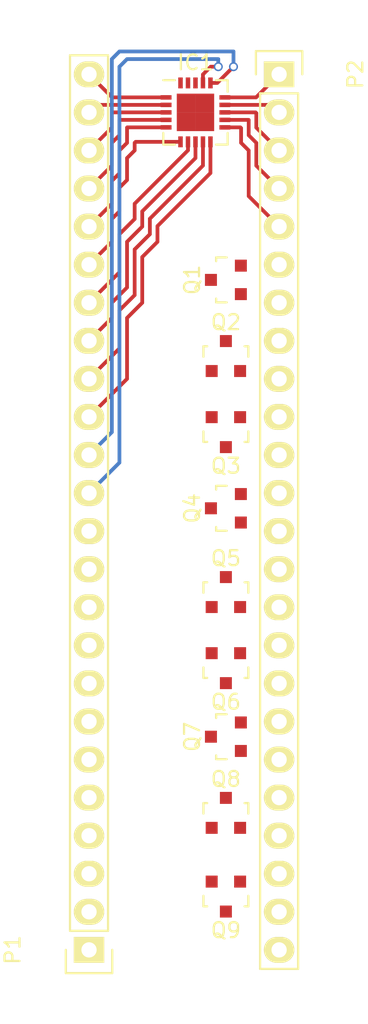
<source format=kicad_pcb>
(kicad_pcb (version 4) (host pcbnew 0.201505300414+5690~23~ubuntu14.04.1-product)

  (general
    (links 51)
    (no_connects 34)
    (area 0 0 0 0)
    (thickness 1.6)
    (drawings 0)
    (tracks 98)
    (zones 0)
    (modules 12)
    (nets 49)
  )

  (page A4)
  (layers
    (0 F.Cu signal)
    (31 B.Cu signal)
    (32 B.Adhes user)
    (33 F.Adhes user)
    (34 B.Paste user)
    (35 F.Paste user)
    (36 B.SilkS user)
    (37 F.SilkS user)
    (38 B.Mask user)
    (39 F.Mask user)
    (40 Dwgs.User user)
    (41 Cmts.User user)
    (42 Eco1.User user)
    (43 Eco2.User user)
    (44 Edge.Cuts user)
    (45 Margin user)
    (46 B.CrtYd user)
    (47 F.CrtYd user)
    (48 B.Fab user)
    (49 F.Fab user)
  )

  (setup
    (last_trace_width 0.25)
    (trace_clearance 0.2)
    (zone_clearance 0.508)
    (zone_45_only no)
    (trace_min 0.2)
    (segment_width 0.2)
    (edge_width 0.1)
    (via_size 0.6)
    (via_drill 0.4)
    (via_min_size 0.4)
    (via_min_drill 0.3)
    (uvia_size 0.3)
    (uvia_drill 0.1)
    (uvias_allowed no)
    (uvia_min_size 0.2)
    (uvia_min_drill 0.1)
    (pcb_text_width 0.3)
    (pcb_text_size 1.5 1.5)
    (mod_edge_width 0.15)
    (mod_text_size 1 1)
    (mod_text_width 0.15)
    (pad_size 1.5 1.5)
    (pad_drill 0.6)
    (pad_to_mask_clearance 0)
    (aux_axis_origin 0 0)
    (visible_elements FFFFFF7F)
    (pcbplotparams
      (layerselection 0x00030_80000001)
      (usegerberextensions false)
      (excludeedgelayer true)
      (linewidth 0.100000)
      (plotframeref false)
      (viasonmask false)
      (mode 1)
      (useauxorigin false)
      (hpglpennumber 1)
      (hpglpenspeed 20)
      (hpglpendiameter 15)
      (hpglpenoverlay 2)
      (psnegative false)
      (psa4output false)
      (plotreference true)
      (plotvalue true)
      (plotinvisibletext false)
      (padsonsilk false)
      (subtractmaskfromsilk false)
      (outputformat 1)
      (mirror false)
      (drillshape 1)
      (scaleselection 1)
      (outputdirectory ""))
  )

  (net 0 "")
  (net 1 "Net-(IC1-Pad1)")
  (net 2 "Net-(IC1-Pad2)")
  (net 3 "Net-(IC1-Pad3)")
  (net 4 "Net-(IC1-Pad4)")
  (net 5 "Net-(IC1-Pad5)")
  (net 6 "Net-(IC1-Pad6)")
  (net 7 "Net-(IC1-Pad7)")
  (net 8 "Net-(IC1-Pad8)")
  (net 9 "Net-(IC1-Pad9)")
  (net 10 "Net-(IC1-Pad10)")
  (net 11 "Net-(IC1-Pad11)")
  (net 12 "Net-(IC1-Pad12)")
  (net 13 "Net-(IC1-Pad13)")
  (net 14 "Net-(IC1-Pad14)")
  (net 15 "Net-(IC1-Pad15)")
  (net 16 "Net-(IC1-Pad16)")
  (net 17 "Net-(IC1-Pad17)")
  (net 18 "Net-(IC1-Pad18)")
  (net 19 "Net-(IC1-Pad19)")
  (net 20 "Net-(IC1-Pad20)")
  (net 21 "Net-(P1-Pad1)")
  (net 22 "Net-(P1-Pad2)")
  (net 23 "Net-(P1-Pad3)")
  (net 24 "Net-(P1-Pad4)")
  (net 25 "Net-(P1-Pad5)")
  (net 26 "Net-(P1-Pad6)")
  (net 27 "Net-(P1-Pad7)")
  (net 28 "Net-(P1-Pad8)")
  (net 29 "Net-(P1-Pad9)")
  (net 30 "Net-(P2-Pad6)")
  (net 31 "Net-(P2-Pad7)")
  (net 32 "Net-(P2-Pad8)")
  (net 33 "Net-(P2-Pad9)")
  (net 34 "Net-(P2-Pad10)")
  (net 35 "Net-(P2-Pad11)")
  (net 36 "Net-(P2-Pad12)")
  (net 37 "Net-(P2-Pad13)")
  (net 38 "Net-(P2-Pad14)")
  (net 39 "Net-(P2-Pad15)")
  (net 40 "Net-(P2-Pad16)")
  (net 41 "Net-(P2-Pad17)")
  (net 42 "Net-(P2-Pad18)")
  (net 43 "Net-(P2-Pad19)")
  (net 44 "Net-(P2-Pad20)")
  (net 45 "Net-(P2-Pad21)")
  (net 46 "Net-(P2-Pad22)")
  (net 47 "Net-(P2-Pad23)")
  (net 48 "Net-(P2-Pad24)")

  (net_class Default "This is the default net class."
    (clearance 0.2)
    (trace_width 0.25)
    (via_dia 0.6)
    (via_drill 0.4)
    (uvia_dia 0.3)
    (uvia_drill 0.1)
    (add_net "Net-(IC1-Pad1)")
    (add_net "Net-(IC1-Pad10)")
    (add_net "Net-(IC1-Pad11)")
    (add_net "Net-(IC1-Pad12)")
    (add_net "Net-(IC1-Pad13)")
    (add_net "Net-(IC1-Pad14)")
    (add_net "Net-(IC1-Pad15)")
    (add_net "Net-(IC1-Pad16)")
    (add_net "Net-(IC1-Pad17)")
    (add_net "Net-(IC1-Pad18)")
    (add_net "Net-(IC1-Pad19)")
    (add_net "Net-(IC1-Pad2)")
    (add_net "Net-(IC1-Pad20)")
    (add_net "Net-(IC1-Pad3)")
    (add_net "Net-(IC1-Pad4)")
    (add_net "Net-(IC1-Pad5)")
    (add_net "Net-(IC1-Pad6)")
    (add_net "Net-(IC1-Pad7)")
    (add_net "Net-(IC1-Pad8)")
    (add_net "Net-(IC1-Pad9)")
    (add_net "Net-(P1-Pad1)")
    (add_net "Net-(P1-Pad2)")
    (add_net "Net-(P1-Pad3)")
    (add_net "Net-(P1-Pad4)")
    (add_net "Net-(P1-Pad5)")
    (add_net "Net-(P1-Pad6)")
    (add_net "Net-(P1-Pad7)")
    (add_net "Net-(P1-Pad8)")
    (add_net "Net-(P1-Pad9)")
    (add_net "Net-(P2-Pad10)")
    (add_net "Net-(P2-Pad11)")
    (add_net "Net-(P2-Pad12)")
    (add_net "Net-(P2-Pad13)")
    (add_net "Net-(P2-Pad14)")
    (add_net "Net-(P2-Pad15)")
    (add_net "Net-(P2-Pad16)")
    (add_net "Net-(P2-Pad17)")
    (add_net "Net-(P2-Pad18)")
    (add_net "Net-(P2-Pad19)")
    (add_net "Net-(P2-Pad20)")
    (add_net "Net-(P2-Pad21)")
    (add_net "Net-(P2-Pad22)")
    (add_net "Net-(P2-Pad23)")
    (add_net "Net-(P2-Pad24)")
    (add_net "Net-(P2-Pad6)")
    (add_net "Net-(P2-Pad7)")
    (add_net "Net-(P2-Pad8)")
    (add_net "Net-(P2-Pad9)")
  )

  (module Housings_DFN_QFN:QFN-20-1EP_4x4mm_Pitch0.5mm (layer F.Cu) (tedit 54130A77) (tstamp 558A2F8D)
    (at 138.176 48.26)
    (descr "20-Lead Plastic Quad Flat, No Lead Package (ML) - 4x4x0.9 mm Body [QFN]; (see Microchip Packaging Specification 00000049BS.pdf)")
    (tags "QFN 0.5")
    (path /558A294F)
    (attr smd)
    (fp_text reference IC1 (at 0 -3.33) (layer F.SilkS)
      (effects (font (size 1 1) (thickness 0.15)))
    )
    (fp_text value C8051F330/1 (at 0 3.33) (layer F.Fab)
      (effects (font (size 1 1) (thickness 0.15)))
    )
    (fp_line (start -2.6 -2.6) (end -2.6 2.6) (layer F.CrtYd) (width 0.05))
    (fp_line (start 2.6 -2.6) (end 2.6 2.6) (layer F.CrtYd) (width 0.05))
    (fp_line (start -2.6 -2.6) (end 2.6 -2.6) (layer F.CrtYd) (width 0.05))
    (fp_line (start -2.6 2.6) (end 2.6 2.6) (layer F.CrtYd) (width 0.05))
    (fp_line (start 2.15 -2.15) (end 2.15 -1.375) (layer F.SilkS) (width 0.15))
    (fp_line (start -2.15 2.15) (end -2.15 1.375) (layer F.SilkS) (width 0.15))
    (fp_line (start 2.15 2.15) (end 2.15 1.375) (layer F.SilkS) (width 0.15))
    (fp_line (start -2.15 -2.15) (end -1.375 -2.15) (layer F.SilkS) (width 0.15))
    (fp_line (start -2.15 2.15) (end -1.375 2.15) (layer F.SilkS) (width 0.15))
    (fp_line (start 2.15 2.15) (end 1.375 2.15) (layer F.SilkS) (width 0.15))
    (fp_line (start 2.15 -2.15) (end 1.375 -2.15) (layer F.SilkS) (width 0.15))
    (pad 1 smd rect (at -1.965 -1) (size 0.73 0.3) (layers F.Cu F.Paste F.Mask)
      (net 1 "Net-(IC1-Pad1)"))
    (pad 2 smd rect (at -1.965 -0.5) (size 0.73 0.3) (layers F.Cu F.Paste F.Mask)
      (net 2 "Net-(IC1-Pad2)"))
    (pad 3 smd rect (at -1.965 0) (size 0.73 0.3) (layers F.Cu F.Paste F.Mask)
      (net 3 "Net-(IC1-Pad3)"))
    (pad 4 smd rect (at -1.965 0.5) (size 0.73 0.3) (layers F.Cu F.Paste F.Mask)
      (net 4 "Net-(IC1-Pad4)"))
    (pad 5 smd rect (at -1.965 1) (size 0.73 0.3) (layers F.Cu F.Paste F.Mask)
      (net 5 "Net-(IC1-Pad5)"))
    (pad 6 smd rect (at -1 1.965 90) (size 0.73 0.3) (layers F.Cu F.Paste F.Mask)
      (net 6 "Net-(IC1-Pad6)"))
    (pad 7 smd rect (at -0.5 1.965 90) (size 0.73 0.3) (layers F.Cu F.Paste F.Mask)
      (net 7 "Net-(IC1-Pad7)"))
    (pad 8 smd rect (at 0 1.965 90) (size 0.73 0.3) (layers F.Cu F.Paste F.Mask)
      (net 8 "Net-(IC1-Pad8)"))
    (pad 9 smd rect (at 0.5 1.965 90) (size 0.73 0.3) (layers F.Cu F.Paste F.Mask)
      (net 9 "Net-(IC1-Pad9)"))
    (pad 10 smd rect (at 1 1.965 90) (size 0.73 0.3) (layers F.Cu F.Paste F.Mask)
      (net 10 "Net-(IC1-Pad10)"))
    (pad 11 smd rect (at 1.965 1) (size 0.73 0.3) (layers F.Cu F.Paste F.Mask)
      (net 11 "Net-(IC1-Pad11)"))
    (pad 12 smd rect (at 1.965 0.5) (size 0.73 0.3) (layers F.Cu F.Paste F.Mask)
      (net 12 "Net-(IC1-Pad12)"))
    (pad 13 smd rect (at 1.965 0) (size 0.73 0.3) (layers F.Cu F.Paste F.Mask)
      (net 13 "Net-(IC1-Pad13)"))
    (pad 14 smd rect (at 1.965 -0.5) (size 0.73 0.3) (layers F.Cu F.Paste F.Mask)
      (net 14 "Net-(IC1-Pad14)"))
    (pad 15 smd rect (at 1.965 -1) (size 0.73 0.3) (layers F.Cu F.Paste F.Mask)
      (net 15 "Net-(IC1-Pad15)"))
    (pad 16 smd rect (at 1 -1.965 90) (size 0.73 0.3) (layers F.Cu F.Paste F.Mask)
      (net 16 "Net-(IC1-Pad16)"))
    (pad 17 smd rect (at 0.5 -1.965 90) (size 0.73 0.3) (layers F.Cu F.Paste F.Mask)
      (net 17 "Net-(IC1-Pad17)"))
    (pad 18 smd rect (at 0 -1.965 90) (size 0.73 0.3) (layers F.Cu F.Paste F.Mask)
      (net 18 "Net-(IC1-Pad18)"))
    (pad 19 smd rect (at -0.5 -1.965 90) (size 0.73 0.3) (layers F.Cu F.Paste F.Mask)
      (net 19 "Net-(IC1-Pad19)"))
    (pad 20 smd rect (at -1 -1.965 90) (size 0.73 0.3) (layers F.Cu F.Paste F.Mask)
      (net 20 "Net-(IC1-Pad20)"))
    (pad 21 smd rect (at 0.625 0.625) (size 1.25 1.25) (layers F.Cu F.Paste F.Mask)
      (net 2 "Net-(IC1-Pad2)") (solder_paste_margin_ratio -0.2))
    (pad 21 smd rect (at 0.625 -0.625) (size 1.25 1.25) (layers F.Cu F.Paste F.Mask)
      (net 2 "Net-(IC1-Pad2)") (solder_paste_margin_ratio -0.2))
    (pad 21 smd rect (at -0.625 0.625) (size 1.25 1.25) (layers F.Cu F.Paste F.Mask)
      (net 2 "Net-(IC1-Pad2)") (solder_paste_margin_ratio -0.2))
    (pad 21 smd rect (at -0.625 -0.625) (size 1.25 1.25) (layers F.Cu F.Paste F.Mask)
      (net 2 "Net-(IC1-Pad2)") (solder_paste_margin_ratio -0.2))
    (model Housings_DFN_QFN.3dshapes/QFN-20-1EP_4x4mm_Pitch0.5mm.wrl
      (at (xyz 0 0 0))
      (scale (xyz 1 1 1))
      (rotate (xyz 0 0 0))
    )
  )

  (module Socket_Strips:Socket_Strip_Straight_1x24 (layer F.Cu) (tedit 0) (tstamp 558A2FA9)
    (at 131.064 104.14 90)
    (descr "Through hole socket strip")
    (tags "socket strip")
    (path /558A34A8)
    (fp_text reference P1 (at 0 -5.1 90) (layer F.SilkS)
      (effects (font (size 1 1) (thickness 0.15)))
    )
    (fp_text value CONN_01X24 (at 0 -3.1 90) (layer F.Fab)
      (effects (font (size 1 1) (thickness 0.15)))
    )
    (fp_line (start -1.75 -1.75) (end -1.75 1.75) (layer F.CrtYd) (width 0.05))
    (fp_line (start 60.2 -1.75) (end 60.2 1.75) (layer F.CrtYd) (width 0.05))
    (fp_line (start -1.75 -1.75) (end 60.2 -1.75) (layer F.CrtYd) (width 0.05))
    (fp_line (start -1.75 1.75) (end 60.2 1.75) (layer F.CrtYd) (width 0.05))
    (fp_line (start 1.27 1.27) (end 59.69 1.27) (layer F.SilkS) (width 0.15))
    (fp_line (start 1.27 -1.27) (end 59.69 -1.27) (layer F.SilkS) (width 0.15))
    (fp_line (start 59.69 -1.27) (end 59.69 1.27) (layer F.SilkS) (width 0.15))
    (fp_line (start -1.55 1.55) (end 0 1.55) (layer F.SilkS) (width 0.15))
    (fp_line (start 1.27 1.27) (end 1.27 -1.27) (layer F.SilkS) (width 0.15))
    (fp_line (start 0 -1.55) (end -1.55 -1.55) (layer F.SilkS) (width 0.15))
    (fp_line (start -1.55 -1.55) (end -1.55 1.55) (layer F.SilkS) (width 0.15))
    (pad 1 thru_hole rect (at 0 0 90) (size 1.7272 2.032) (drill 1.016) (layers *.Cu *.Mask F.SilkS)
      (net 21 "Net-(P1-Pad1)"))
    (pad 2 thru_hole oval (at 2.54 0 90) (size 1.7272 2.032) (drill 1.016) (layers *.Cu *.Mask F.SilkS)
      (net 22 "Net-(P1-Pad2)"))
    (pad 3 thru_hole oval (at 5.08 0 90) (size 1.7272 2.032) (drill 1.016) (layers *.Cu *.Mask F.SilkS)
      (net 23 "Net-(P1-Pad3)"))
    (pad 4 thru_hole oval (at 7.62 0 90) (size 1.7272 2.032) (drill 1.016) (layers *.Cu *.Mask F.SilkS)
      (net 24 "Net-(P1-Pad4)"))
    (pad 5 thru_hole oval (at 10.16 0 90) (size 1.7272 2.032) (drill 1.016) (layers *.Cu *.Mask F.SilkS)
      (net 25 "Net-(P1-Pad5)"))
    (pad 6 thru_hole oval (at 12.7 0 90) (size 1.7272 2.032) (drill 1.016) (layers *.Cu *.Mask F.SilkS)
      (net 26 "Net-(P1-Pad6)"))
    (pad 7 thru_hole oval (at 15.24 0 90) (size 1.7272 2.032) (drill 1.016) (layers *.Cu *.Mask F.SilkS)
      (net 27 "Net-(P1-Pad7)"))
    (pad 8 thru_hole oval (at 17.78 0 90) (size 1.7272 2.032) (drill 1.016) (layers *.Cu *.Mask F.SilkS)
      (net 28 "Net-(P1-Pad8)"))
    (pad 9 thru_hole oval (at 20.32 0 90) (size 1.7272 2.032) (drill 1.016) (layers *.Cu *.Mask F.SilkS)
      (net 29 "Net-(P1-Pad9)"))
    (pad 10 thru_hole oval (at 22.86 0 90) (size 1.7272 2.032) (drill 1.016) (layers *.Cu *.Mask F.SilkS)
      (net 20 "Net-(IC1-Pad20)"))
    (pad 11 thru_hole oval (at 25.4 0 90) (size 1.7272 2.032) (drill 1.016) (layers *.Cu *.Mask F.SilkS)
      (net 19 "Net-(IC1-Pad19)"))
    (pad 12 thru_hole oval (at 27.94 0 90) (size 1.7272 2.032) (drill 1.016) (layers *.Cu *.Mask F.SilkS)
      (net 18 "Net-(IC1-Pad18)"))
    (pad 13 thru_hole oval (at 30.48 0 90) (size 1.7272 2.032) (drill 1.016) (layers *.Cu *.Mask F.SilkS)
      (net 17 "Net-(IC1-Pad17)"))
    (pad 14 thru_hole oval (at 33.02 0 90) (size 1.7272 2.032) (drill 1.016) (layers *.Cu *.Mask F.SilkS)
      (net 16 "Net-(IC1-Pad16)"))
    (pad 15 thru_hole oval (at 35.56 0 90) (size 1.7272 2.032) (drill 1.016) (layers *.Cu *.Mask F.SilkS)
      (net 10 "Net-(IC1-Pad10)"))
    (pad 16 thru_hole oval (at 38.1 0 90) (size 1.7272 2.032) (drill 1.016) (layers *.Cu *.Mask F.SilkS)
      (net 9 "Net-(IC1-Pad9)"))
    (pad 17 thru_hole oval (at 40.64 0 90) (size 1.7272 2.032) (drill 1.016) (layers *.Cu *.Mask F.SilkS)
      (net 8 "Net-(IC1-Pad8)"))
    (pad 18 thru_hole oval (at 43.18 0 90) (size 1.7272 2.032) (drill 1.016) (layers *.Cu *.Mask F.SilkS)
      (net 7 "Net-(IC1-Pad7)"))
    (pad 19 thru_hole oval (at 45.72 0 90) (size 1.7272 2.032) (drill 1.016) (layers *.Cu *.Mask F.SilkS)
      (net 6 "Net-(IC1-Pad6)"))
    (pad 20 thru_hole oval (at 48.26 0 90) (size 1.7272 2.032) (drill 1.016) (layers *.Cu *.Mask F.SilkS)
      (net 5 "Net-(IC1-Pad5)"))
    (pad 21 thru_hole oval (at 50.8 0 90) (size 1.7272 2.032) (drill 1.016) (layers *.Cu *.Mask F.SilkS)
      (net 4 "Net-(IC1-Pad4)"))
    (pad 22 thru_hole oval (at 53.34 0 90) (size 1.7272 2.032) (drill 1.016) (layers *.Cu *.Mask F.SilkS)
      (net 3 "Net-(IC1-Pad3)"))
    (pad 23 thru_hole oval (at 55.88 0 90) (size 1.7272 2.032) (drill 1.016) (layers *.Cu *.Mask F.SilkS)
      (net 2 "Net-(IC1-Pad2)"))
    (pad 24 thru_hole oval (at 58.42 0 90) (size 1.7272 2.032) (drill 1.016) (layers *.Cu *.Mask F.SilkS)
      (net 1 "Net-(IC1-Pad1)"))
    (model Socket_Strips.3dshapes/Socket_Strip_Straight_1x24.wrl
      (at (xyz 1.15 0 0))
      (scale (xyz 1 1 1))
      (rotate (xyz 0 0 180))
    )
  )

  (module Socket_Strips:Socket_Strip_Straight_1x24 (layer F.Cu) (tedit 0) (tstamp 558A2FC5)
    (at 143.764 45.72 270)
    (descr "Through hole socket strip")
    (tags "socket strip")
    (path /558A2D93)
    (fp_text reference P2 (at 0 -5.1 270) (layer F.SilkS)
      (effects (font (size 1 1) (thickness 0.15)))
    )
    (fp_text value CONN_01X24 (at 0 -3.1 270) (layer F.Fab)
      (effects (font (size 1 1) (thickness 0.15)))
    )
    (fp_line (start -1.75 -1.75) (end -1.75 1.75) (layer F.CrtYd) (width 0.05))
    (fp_line (start 60.2 -1.75) (end 60.2 1.75) (layer F.CrtYd) (width 0.05))
    (fp_line (start -1.75 -1.75) (end 60.2 -1.75) (layer F.CrtYd) (width 0.05))
    (fp_line (start -1.75 1.75) (end 60.2 1.75) (layer F.CrtYd) (width 0.05))
    (fp_line (start 1.27 1.27) (end 59.69 1.27) (layer F.SilkS) (width 0.15))
    (fp_line (start 1.27 -1.27) (end 59.69 -1.27) (layer F.SilkS) (width 0.15))
    (fp_line (start 59.69 -1.27) (end 59.69 1.27) (layer F.SilkS) (width 0.15))
    (fp_line (start -1.55 1.55) (end 0 1.55) (layer F.SilkS) (width 0.15))
    (fp_line (start 1.27 1.27) (end 1.27 -1.27) (layer F.SilkS) (width 0.15))
    (fp_line (start 0 -1.55) (end -1.55 -1.55) (layer F.SilkS) (width 0.15))
    (fp_line (start -1.55 -1.55) (end -1.55 1.55) (layer F.SilkS) (width 0.15))
    (pad 1 thru_hole rect (at 0 0 270) (size 1.7272 2.032) (drill 1.016) (layers *.Cu *.Mask F.SilkS)
      (net 15 "Net-(IC1-Pad15)"))
    (pad 2 thru_hole oval (at 2.54 0 270) (size 1.7272 2.032) (drill 1.016) (layers *.Cu *.Mask F.SilkS)
      (net 14 "Net-(IC1-Pad14)"))
    (pad 3 thru_hole oval (at 5.08 0 270) (size 1.7272 2.032) (drill 1.016) (layers *.Cu *.Mask F.SilkS)
      (net 13 "Net-(IC1-Pad13)"))
    (pad 4 thru_hole oval (at 7.62 0 270) (size 1.7272 2.032) (drill 1.016) (layers *.Cu *.Mask F.SilkS)
      (net 12 "Net-(IC1-Pad12)"))
    (pad 5 thru_hole oval (at 10.16 0 270) (size 1.7272 2.032) (drill 1.016) (layers *.Cu *.Mask F.SilkS)
      (net 11 "Net-(IC1-Pad11)"))
    (pad 6 thru_hole oval (at 12.7 0 270) (size 1.7272 2.032) (drill 1.016) (layers *.Cu *.Mask F.SilkS)
      (net 30 "Net-(P2-Pad6)"))
    (pad 7 thru_hole oval (at 15.24 0 270) (size 1.7272 2.032) (drill 1.016) (layers *.Cu *.Mask F.SilkS)
      (net 31 "Net-(P2-Pad7)"))
    (pad 8 thru_hole oval (at 17.78 0 270) (size 1.7272 2.032) (drill 1.016) (layers *.Cu *.Mask F.SilkS)
      (net 32 "Net-(P2-Pad8)"))
    (pad 9 thru_hole oval (at 20.32 0 270) (size 1.7272 2.032) (drill 1.016) (layers *.Cu *.Mask F.SilkS)
      (net 33 "Net-(P2-Pad9)"))
    (pad 10 thru_hole oval (at 22.86 0 270) (size 1.7272 2.032) (drill 1.016) (layers *.Cu *.Mask F.SilkS)
      (net 34 "Net-(P2-Pad10)"))
    (pad 11 thru_hole oval (at 25.4 0 270) (size 1.7272 2.032) (drill 1.016) (layers *.Cu *.Mask F.SilkS)
      (net 35 "Net-(P2-Pad11)"))
    (pad 12 thru_hole oval (at 27.94 0 270) (size 1.7272 2.032) (drill 1.016) (layers *.Cu *.Mask F.SilkS)
      (net 36 "Net-(P2-Pad12)"))
    (pad 13 thru_hole oval (at 30.48 0 270) (size 1.7272 2.032) (drill 1.016) (layers *.Cu *.Mask F.SilkS)
      (net 37 "Net-(P2-Pad13)"))
    (pad 14 thru_hole oval (at 33.02 0 270) (size 1.7272 2.032) (drill 1.016) (layers *.Cu *.Mask F.SilkS)
      (net 38 "Net-(P2-Pad14)"))
    (pad 15 thru_hole oval (at 35.56 0 270) (size 1.7272 2.032) (drill 1.016) (layers *.Cu *.Mask F.SilkS)
      (net 39 "Net-(P2-Pad15)"))
    (pad 16 thru_hole oval (at 38.1 0 270) (size 1.7272 2.032) (drill 1.016) (layers *.Cu *.Mask F.SilkS)
      (net 40 "Net-(P2-Pad16)"))
    (pad 17 thru_hole oval (at 40.64 0 270) (size 1.7272 2.032) (drill 1.016) (layers *.Cu *.Mask F.SilkS)
      (net 41 "Net-(P2-Pad17)"))
    (pad 18 thru_hole oval (at 43.18 0 270) (size 1.7272 2.032) (drill 1.016) (layers *.Cu *.Mask F.SilkS)
      (net 42 "Net-(P2-Pad18)"))
    (pad 19 thru_hole oval (at 45.72 0 270) (size 1.7272 2.032) (drill 1.016) (layers *.Cu *.Mask F.SilkS)
      (net 43 "Net-(P2-Pad19)"))
    (pad 20 thru_hole oval (at 48.26 0 270) (size 1.7272 2.032) (drill 1.016) (layers *.Cu *.Mask F.SilkS)
      (net 44 "Net-(P2-Pad20)"))
    (pad 21 thru_hole oval (at 50.8 0 270) (size 1.7272 2.032) (drill 1.016) (layers *.Cu *.Mask F.SilkS)
      (net 45 "Net-(P2-Pad21)"))
    (pad 22 thru_hole oval (at 53.34 0 270) (size 1.7272 2.032) (drill 1.016) (layers *.Cu *.Mask F.SilkS)
      (net 46 "Net-(P2-Pad22)"))
    (pad 23 thru_hole oval (at 55.88 0 270) (size 1.7272 2.032) (drill 1.016) (layers *.Cu *.Mask F.SilkS)
      (net 47 "Net-(P2-Pad23)"))
    (pad 24 thru_hole oval (at 58.42 0 270) (size 1.7272 2.032) (drill 1.016) (layers *.Cu *.Mask F.SilkS)
      (net 48 "Net-(P2-Pad24)"))
    (model Socket_Strips.3dshapes/Socket_Strip_Straight_1x24.wrl
      (at (xyz 1.15 0 0))
      (scale (xyz 1 1 1))
      (rotate (xyz 0 0 180))
    )
  )

  (module Housings_SOT-23_SOT-143_TSOT-6:SOT-23 (layer F.Cu) (tedit 553634F8) (tstamp 558A2FCC)
    (at 140.208 59.436 90)
    (descr "SOT-23, Standard")
    (tags SOT-23)
    (path /558A2993)
    (attr smd)
    (fp_text reference Q1 (at 0 -2.25 90) (layer F.SilkS)
      (effects (font (size 1 1) (thickness 0.15)))
    )
    (fp_text value 2SC1941 (at 0 2.3 90) (layer F.Fab)
      (effects (font (size 1 1) (thickness 0.15)))
    )
    (fp_line (start -1.65 -1.6) (end 1.65 -1.6) (layer F.CrtYd) (width 0.05))
    (fp_line (start 1.65 -1.6) (end 1.65 1.6) (layer F.CrtYd) (width 0.05))
    (fp_line (start 1.65 1.6) (end -1.65 1.6) (layer F.CrtYd) (width 0.05))
    (fp_line (start -1.65 1.6) (end -1.65 -1.6) (layer F.CrtYd) (width 0.05))
    (fp_line (start 1.29916 -0.65024) (end 1.2509 -0.65024) (layer F.SilkS) (width 0.15))
    (fp_line (start -1.49982 0.0508) (end -1.49982 -0.65024) (layer F.SilkS) (width 0.15))
    (fp_line (start -1.49982 -0.65024) (end -1.2509 -0.65024) (layer F.SilkS) (width 0.15))
    (fp_line (start 1.29916 -0.65024) (end 1.49982 -0.65024) (layer F.SilkS) (width 0.15))
    (fp_line (start 1.49982 -0.65024) (end 1.49982 0.0508) (layer F.SilkS) (width 0.15))
    (pad 1 smd rect (at -0.95 1.00076 90) (size 0.8001 0.8001) (layers F.Cu F.Paste F.Mask)
      (net 31 "Net-(P2-Pad7)"))
    (pad 2 smd rect (at 0.95 1.00076 90) (size 0.8001 0.8001) (layers F.Cu F.Paste F.Mask)
      (net 30 "Net-(P2-Pad6)"))
    (pad 3 smd rect (at 0 -0.99822 90) (size 0.8001 0.8001) (layers F.Cu F.Paste F.Mask)
      (net 29 "Net-(P1-Pad9)"))
    (model Housings_SOT-23_SOT-143_TSOT-6.3dshapes/SOT-23.wrl
      (at (xyz 0 0 0))
      (scale (xyz 1 1 1))
      (rotate (xyz 0 0 0))
    )
  )

  (module Housings_SOT-23_SOT-143_TSOT-6:SOT-23 (layer F.Cu) (tedit 553634F8) (tstamp 558A2FD3)
    (at 140.208 64.516)
    (descr "SOT-23, Standard")
    (tags SOT-23)
    (path /558A2B7F)
    (attr smd)
    (fp_text reference Q2 (at 0 -2.25) (layer F.SilkS)
      (effects (font (size 1 1) (thickness 0.15)))
    )
    (fp_text value Q_PMOS_GDS (at 0 2.3) (layer F.Fab)
      (effects (font (size 1 1) (thickness 0.15)))
    )
    (fp_line (start -1.65 -1.6) (end 1.65 -1.6) (layer F.CrtYd) (width 0.05))
    (fp_line (start 1.65 -1.6) (end 1.65 1.6) (layer F.CrtYd) (width 0.05))
    (fp_line (start 1.65 1.6) (end -1.65 1.6) (layer F.CrtYd) (width 0.05))
    (fp_line (start -1.65 1.6) (end -1.65 -1.6) (layer F.CrtYd) (width 0.05))
    (fp_line (start 1.29916 -0.65024) (end 1.2509 -0.65024) (layer F.SilkS) (width 0.15))
    (fp_line (start -1.49982 0.0508) (end -1.49982 -0.65024) (layer F.SilkS) (width 0.15))
    (fp_line (start -1.49982 -0.65024) (end -1.2509 -0.65024) (layer F.SilkS) (width 0.15))
    (fp_line (start 1.29916 -0.65024) (end 1.49982 -0.65024) (layer F.SilkS) (width 0.15))
    (fp_line (start 1.49982 -0.65024) (end 1.49982 0.0508) (layer F.SilkS) (width 0.15))
    (pad 1 smd rect (at -0.95 1.00076) (size 0.8001 0.8001) (layers F.Cu F.Paste F.Mask)
      (net 28 "Net-(P1-Pad8)"))
    (pad 2 smd rect (at 0.95 1.00076) (size 0.8001 0.8001) (layers F.Cu F.Paste F.Mask)
      (net 33 "Net-(P2-Pad9)"))
    (pad 3 smd rect (at 0 -0.99822) (size 0.8001 0.8001) (layers F.Cu F.Paste F.Mask)
      (net 32 "Net-(P2-Pad8)"))
    (model Housings_SOT-23_SOT-143_TSOT-6.3dshapes/SOT-23.wrl
      (at (xyz 0 0 0))
      (scale (xyz 1 1 1))
      (rotate (xyz 0 0 0))
    )
  )

  (module Housings_SOT-23_SOT-143_TSOT-6:SOT-23 (layer F.Cu) (tedit 553634F8) (tstamp 558A2FDA)
    (at 140.208 69.596 180)
    (descr "SOT-23, Standard")
    (tags SOT-23)
    (path /558A2BA9)
    (attr smd)
    (fp_text reference Q3 (at 0 -2.25 180) (layer F.SilkS)
      (effects (font (size 1 1) (thickness 0.15)))
    )
    (fp_text value Q_NMOS_DGS (at 0 2.3 180) (layer F.Fab)
      (effects (font (size 1 1) (thickness 0.15)))
    )
    (fp_line (start -1.65 -1.6) (end 1.65 -1.6) (layer F.CrtYd) (width 0.05))
    (fp_line (start 1.65 -1.6) (end 1.65 1.6) (layer F.CrtYd) (width 0.05))
    (fp_line (start 1.65 1.6) (end -1.65 1.6) (layer F.CrtYd) (width 0.05))
    (fp_line (start -1.65 1.6) (end -1.65 -1.6) (layer F.CrtYd) (width 0.05))
    (fp_line (start 1.29916 -0.65024) (end 1.2509 -0.65024) (layer F.SilkS) (width 0.15))
    (fp_line (start -1.49982 0.0508) (end -1.49982 -0.65024) (layer F.SilkS) (width 0.15))
    (fp_line (start -1.49982 -0.65024) (end -1.2509 -0.65024) (layer F.SilkS) (width 0.15))
    (fp_line (start 1.29916 -0.65024) (end 1.49982 -0.65024) (layer F.SilkS) (width 0.15))
    (fp_line (start 1.49982 -0.65024) (end 1.49982 0.0508) (layer F.SilkS) (width 0.15))
    (pad 1 smd rect (at -0.95 1.00076 180) (size 0.8001 0.8001) (layers F.Cu F.Paste F.Mask)
      (net 34 "Net-(P2-Pad10)"))
    (pad 2 smd rect (at 0.95 1.00076 180) (size 0.8001 0.8001) (layers F.Cu F.Paste F.Mask)
      (net 27 "Net-(P1-Pad7)"))
    (pad 3 smd rect (at 0 -0.99822 180) (size 0.8001 0.8001) (layers F.Cu F.Paste F.Mask)
      (net 35 "Net-(P2-Pad11)"))
    (model Housings_SOT-23_SOT-143_TSOT-6.3dshapes/SOT-23.wrl
      (at (xyz 0 0 0))
      (scale (xyz 1 1 1))
      (rotate (xyz 0 0 0))
    )
  )

  (module Housings_SOT-23_SOT-143_TSOT-6:SOT-23 (layer F.Cu) (tedit 553634F8) (tstamp 558A2FE1)
    (at 140.208 74.676 90)
    (descr "SOT-23, Standard")
    (tags SOT-23)
    (path /558A2A97)
    (attr smd)
    (fp_text reference Q4 (at 0 -2.25 90) (layer F.SilkS)
      (effects (font (size 1 1) (thickness 0.15)))
    )
    (fp_text value 2SC1941 (at 0 2.3 90) (layer F.Fab)
      (effects (font (size 1 1) (thickness 0.15)))
    )
    (fp_line (start -1.65 -1.6) (end 1.65 -1.6) (layer F.CrtYd) (width 0.05))
    (fp_line (start 1.65 -1.6) (end 1.65 1.6) (layer F.CrtYd) (width 0.05))
    (fp_line (start 1.65 1.6) (end -1.65 1.6) (layer F.CrtYd) (width 0.05))
    (fp_line (start -1.65 1.6) (end -1.65 -1.6) (layer F.CrtYd) (width 0.05))
    (fp_line (start 1.29916 -0.65024) (end 1.2509 -0.65024) (layer F.SilkS) (width 0.15))
    (fp_line (start -1.49982 0.0508) (end -1.49982 -0.65024) (layer F.SilkS) (width 0.15))
    (fp_line (start -1.49982 -0.65024) (end -1.2509 -0.65024) (layer F.SilkS) (width 0.15))
    (fp_line (start 1.29916 -0.65024) (end 1.49982 -0.65024) (layer F.SilkS) (width 0.15))
    (fp_line (start 1.49982 -0.65024) (end 1.49982 0.0508) (layer F.SilkS) (width 0.15))
    (pad 1 smd rect (at -0.95 1.00076 90) (size 0.8001 0.8001) (layers F.Cu F.Paste F.Mask)
      (net 37 "Net-(P2-Pad13)"))
    (pad 2 smd rect (at 0.95 1.00076 90) (size 0.8001 0.8001) (layers F.Cu F.Paste F.Mask)
      (net 36 "Net-(P2-Pad12)"))
    (pad 3 smd rect (at 0 -0.99822 90) (size 0.8001 0.8001) (layers F.Cu F.Paste F.Mask)
      (net 26 "Net-(P1-Pad6)"))
    (model Housings_SOT-23_SOT-143_TSOT-6.3dshapes/SOT-23.wrl
      (at (xyz 0 0 0))
      (scale (xyz 1 1 1))
      (rotate (xyz 0 0 0))
    )
  )

  (module Housings_SOT-23_SOT-143_TSOT-6:SOT-23 (layer F.Cu) (tedit 553634F8) (tstamp 558A2FE8)
    (at 140.208 80.264)
    (descr "SOT-23, Standard")
    (tags SOT-23)
    (path /558A2BD4)
    (attr smd)
    (fp_text reference Q5 (at 0 -2.25) (layer F.SilkS)
      (effects (font (size 1 1) (thickness 0.15)))
    )
    (fp_text value Q_PMOS_GDS (at 0 2.3) (layer F.Fab)
      (effects (font (size 1 1) (thickness 0.15)))
    )
    (fp_line (start -1.65 -1.6) (end 1.65 -1.6) (layer F.CrtYd) (width 0.05))
    (fp_line (start 1.65 -1.6) (end 1.65 1.6) (layer F.CrtYd) (width 0.05))
    (fp_line (start 1.65 1.6) (end -1.65 1.6) (layer F.CrtYd) (width 0.05))
    (fp_line (start -1.65 1.6) (end -1.65 -1.6) (layer F.CrtYd) (width 0.05))
    (fp_line (start 1.29916 -0.65024) (end 1.2509 -0.65024) (layer F.SilkS) (width 0.15))
    (fp_line (start -1.49982 0.0508) (end -1.49982 -0.65024) (layer F.SilkS) (width 0.15))
    (fp_line (start -1.49982 -0.65024) (end -1.2509 -0.65024) (layer F.SilkS) (width 0.15))
    (fp_line (start 1.29916 -0.65024) (end 1.49982 -0.65024) (layer F.SilkS) (width 0.15))
    (fp_line (start 1.49982 -0.65024) (end 1.49982 0.0508) (layer F.SilkS) (width 0.15))
    (pad 1 smd rect (at -0.95 1.00076) (size 0.8001 0.8001) (layers F.Cu F.Paste F.Mask)
      (net 25 "Net-(P1-Pad5)"))
    (pad 2 smd rect (at 0.95 1.00076) (size 0.8001 0.8001) (layers F.Cu F.Paste F.Mask)
      (net 39 "Net-(P2-Pad15)"))
    (pad 3 smd rect (at 0 -0.99822) (size 0.8001 0.8001) (layers F.Cu F.Paste F.Mask)
      (net 38 "Net-(P2-Pad14)"))
    (model Housings_SOT-23_SOT-143_TSOT-6.3dshapes/SOT-23.wrl
      (at (xyz 0 0 0))
      (scale (xyz 1 1 1))
      (rotate (xyz 0 0 0))
    )
  )

  (module Housings_SOT-23_SOT-143_TSOT-6:SOT-23 (layer F.Cu) (tedit 553634F8) (tstamp 558A2FEF)
    (at 140.208 85.344 180)
    (descr "SOT-23, Standard")
    (tags SOT-23)
    (path /558A2BFC)
    (attr smd)
    (fp_text reference Q6 (at 0 -2.25 180) (layer F.SilkS)
      (effects (font (size 1 1) (thickness 0.15)))
    )
    (fp_text value Q_NMOS_DGS (at 0 2.3 180) (layer F.Fab)
      (effects (font (size 1 1) (thickness 0.15)))
    )
    (fp_line (start -1.65 -1.6) (end 1.65 -1.6) (layer F.CrtYd) (width 0.05))
    (fp_line (start 1.65 -1.6) (end 1.65 1.6) (layer F.CrtYd) (width 0.05))
    (fp_line (start 1.65 1.6) (end -1.65 1.6) (layer F.CrtYd) (width 0.05))
    (fp_line (start -1.65 1.6) (end -1.65 -1.6) (layer F.CrtYd) (width 0.05))
    (fp_line (start 1.29916 -0.65024) (end 1.2509 -0.65024) (layer F.SilkS) (width 0.15))
    (fp_line (start -1.49982 0.0508) (end -1.49982 -0.65024) (layer F.SilkS) (width 0.15))
    (fp_line (start -1.49982 -0.65024) (end -1.2509 -0.65024) (layer F.SilkS) (width 0.15))
    (fp_line (start 1.29916 -0.65024) (end 1.49982 -0.65024) (layer F.SilkS) (width 0.15))
    (fp_line (start 1.49982 -0.65024) (end 1.49982 0.0508) (layer F.SilkS) (width 0.15))
    (pad 1 smd rect (at -0.95 1.00076 180) (size 0.8001 0.8001) (layers F.Cu F.Paste F.Mask)
      (net 40 "Net-(P2-Pad16)"))
    (pad 2 smd rect (at 0.95 1.00076 180) (size 0.8001 0.8001) (layers F.Cu F.Paste F.Mask)
      (net 24 "Net-(P1-Pad4)"))
    (pad 3 smd rect (at 0 -0.99822 180) (size 0.8001 0.8001) (layers F.Cu F.Paste F.Mask)
      (net 41 "Net-(P2-Pad17)"))
    (model Housings_SOT-23_SOT-143_TSOT-6.3dshapes/SOT-23.wrl
      (at (xyz 0 0 0))
      (scale (xyz 1 1 1))
      (rotate (xyz 0 0 0))
    )
  )

  (module Housings_SOT-23_SOT-143_TSOT-6:SOT-23 (layer F.Cu) (tedit 553634F8) (tstamp 558A2FF6)
    (at 140.208 89.916 90)
    (descr "SOT-23, Standard")
    (tags SOT-23)
    (path /558A2AC5)
    (attr smd)
    (fp_text reference Q7 (at 0 -2.25 90) (layer F.SilkS)
      (effects (font (size 1 1) (thickness 0.15)))
    )
    (fp_text value 2SC1941 (at 0 2.3 90) (layer F.Fab)
      (effects (font (size 1 1) (thickness 0.15)))
    )
    (fp_line (start -1.65 -1.6) (end 1.65 -1.6) (layer F.CrtYd) (width 0.05))
    (fp_line (start 1.65 -1.6) (end 1.65 1.6) (layer F.CrtYd) (width 0.05))
    (fp_line (start 1.65 1.6) (end -1.65 1.6) (layer F.CrtYd) (width 0.05))
    (fp_line (start -1.65 1.6) (end -1.65 -1.6) (layer F.CrtYd) (width 0.05))
    (fp_line (start 1.29916 -0.65024) (end 1.2509 -0.65024) (layer F.SilkS) (width 0.15))
    (fp_line (start -1.49982 0.0508) (end -1.49982 -0.65024) (layer F.SilkS) (width 0.15))
    (fp_line (start -1.49982 -0.65024) (end -1.2509 -0.65024) (layer F.SilkS) (width 0.15))
    (fp_line (start 1.29916 -0.65024) (end 1.49982 -0.65024) (layer F.SilkS) (width 0.15))
    (fp_line (start 1.49982 -0.65024) (end 1.49982 0.0508) (layer F.SilkS) (width 0.15))
    (pad 1 smd rect (at -0.95 1.00076 90) (size 0.8001 0.8001) (layers F.Cu F.Paste F.Mask)
      (net 43 "Net-(P2-Pad19)"))
    (pad 2 smd rect (at 0.95 1.00076 90) (size 0.8001 0.8001) (layers F.Cu F.Paste F.Mask)
      (net 42 "Net-(P2-Pad18)"))
    (pad 3 smd rect (at 0 -0.99822 90) (size 0.8001 0.8001) (layers F.Cu F.Paste F.Mask)
      (net 23 "Net-(P1-Pad3)"))
    (model Housings_SOT-23_SOT-143_TSOT-6.3dshapes/SOT-23.wrl
      (at (xyz 0 0 0))
      (scale (xyz 1 1 1))
      (rotate (xyz 0 0 0))
    )
  )

  (module Housings_SOT-23_SOT-143_TSOT-6:SOT-23 (layer F.Cu) (tedit 553634F8) (tstamp 558A2FFD)
    (at 140.208 94.996)
    (descr "SOT-23, Standard")
    (tags SOT-23)
    (path /558A2C2F)
    (attr smd)
    (fp_text reference Q8 (at 0 -2.25) (layer F.SilkS)
      (effects (font (size 1 1) (thickness 0.15)))
    )
    (fp_text value Q_PMOS_GDS (at 0 2.3) (layer F.Fab)
      (effects (font (size 1 1) (thickness 0.15)))
    )
    (fp_line (start -1.65 -1.6) (end 1.65 -1.6) (layer F.CrtYd) (width 0.05))
    (fp_line (start 1.65 -1.6) (end 1.65 1.6) (layer F.CrtYd) (width 0.05))
    (fp_line (start 1.65 1.6) (end -1.65 1.6) (layer F.CrtYd) (width 0.05))
    (fp_line (start -1.65 1.6) (end -1.65 -1.6) (layer F.CrtYd) (width 0.05))
    (fp_line (start 1.29916 -0.65024) (end 1.2509 -0.65024) (layer F.SilkS) (width 0.15))
    (fp_line (start -1.49982 0.0508) (end -1.49982 -0.65024) (layer F.SilkS) (width 0.15))
    (fp_line (start -1.49982 -0.65024) (end -1.2509 -0.65024) (layer F.SilkS) (width 0.15))
    (fp_line (start 1.29916 -0.65024) (end 1.49982 -0.65024) (layer F.SilkS) (width 0.15))
    (fp_line (start 1.49982 -0.65024) (end 1.49982 0.0508) (layer F.SilkS) (width 0.15))
    (pad 1 smd rect (at -0.95 1.00076) (size 0.8001 0.8001) (layers F.Cu F.Paste F.Mask)
      (net 22 "Net-(P1-Pad2)"))
    (pad 2 smd rect (at 0.95 1.00076) (size 0.8001 0.8001) (layers F.Cu F.Paste F.Mask)
      (net 45 "Net-(P2-Pad21)"))
    (pad 3 smd rect (at 0 -0.99822) (size 0.8001 0.8001) (layers F.Cu F.Paste F.Mask)
      (net 44 "Net-(P2-Pad20)"))
    (model Housings_SOT-23_SOT-143_TSOT-6.3dshapes/SOT-23.wrl
      (at (xyz 0 0 0))
      (scale (xyz 1 1 1))
      (rotate (xyz 0 0 0))
    )
  )

  (module Housings_SOT-23_SOT-143_TSOT-6:SOT-23 (layer F.Cu) (tedit 553634F8) (tstamp 558A3004)
    (at 140.208 100.584 180)
    (descr "SOT-23, Standard")
    (tags SOT-23)
    (path /558A2C69)
    (attr smd)
    (fp_text reference Q9 (at 0 -2.25 180) (layer F.SilkS)
      (effects (font (size 1 1) (thickness 0.15)))
    )
    (fp_text value Q_NMOS_DGS (at 0 2.3 180) (layer F.Fab)
      (effects (font (size 1 1) (thickness 0.15)))
    )
    (fp_line (start -1.65 -1.6) (end 1.65 -1.6) (layer F.CrtYd) (width 0.05))
    (fp_line (start 1.65 -1.6) (end 1.65 1.6) (layer F.CrtYd) (width 0.05))
    (fp_line (start 1.65 1.6) (end -1.65 1.6) (layer F.CrtYd) (width 0.05))
    (fp_line (start -1.65 1.6) (end -1.65 -1.6) (layer F.CrtYd) (width 0.05))
    (fp_line (start 1.29916 -0.65024) (end 1.2509 -0.65024) (layer F.SilkS) (width 0.15))
    (fp_line (start -1.49982 0.0508) (end -1.49982 -0.65024) (layer F.SilkS) (width 0.15))
    (fp_line (start -1.49982 -0.65024) (end -1.2509 -0.65024) (layer F.SilkS) (width 0.15))
    (fp_line (start 1.29916 -0.65024) (end 1.49982 -0.65024) (layer F.SilkS) (width 0.15))
    (fp_line (start 1.49982 -0.65024) (end 1.49982 0.0508) (layer F.SilkS) (width 0.15))
    (pad 1 smd rect (at -0.95 1.00076 180) (size 0.8001 0.8001) (layers F.Cu F.Paste F.Mask)
      (net 46 "Net-(P2-Pad22)"))
    (pad 2 smd rect (at 0.95 1.00076 180) (size 0.8001 0.8001) (layers F.Cu F.Paste F.Mask)
      (net 21 "Net-(P1-Pad1)"))
    (pad 3 smd rect (at 0 -0.99822 180) (size 0.8001 0.8001) (layers F.Cu F.Paste F.Mask)
      (net 47 "Net-(P2-Pad23)"))
    (model Housings_SOT-23_SOT-143_TSOT-6.3dshapes/SOT-23.wrl
      (at (xyz 0 0 0))
      (scale (xyz 1 1 1))
      (rotate (xyz 0 0 0))
    )
  )

  (segment (start 136.211 47.26) (end 132.604 47.26) (width 0.25) (layer F.Cu) (net 1) (status 10))
  (segment (start 132.604 47.26) (end 131.064 45.72) (width 0.25) (layer F.Cu) (net 1) (tstamp 558A3412))
  (segment (start 136.211 47.76) (end 131.564 47.76) (width 0.25) (layer F.Cu) (net 2) (status 10))
  (segment (start 131.564 47.76) (end 131.064 48.26) (width 0.25) (layer F.Cu) (net 2) (tstamp 558A3416))
  (segment (start 136.211 48.26) (end 132.588 48.26) (width 0.25) (layer F.Cu) (net 3) (status 10))
  (segment (start 132.588 49.276) (end 131.064 50.8) (width 0.25) (layer F.Cu) (net 3) (tstamp 558A341A))
  (segment (start 132.588 48.26) (end 132.588 49.276) (width 0.25) (layer F.Cu) (net 3) (tstamp 558A3419))
  (segment (start 136.211 48.76) (end 133.104 48.76) (width 0.25) (layer F.Cu) (net 4) (status 10))
  (segment (start 132.588 51.816) (end 131.064 53.34) (width 0.25) (layer F.Cu) (net 4) (tstamp 558A3421))
  (segment (start 132.588 50.292) (end 132.588 51.816) (width 0.25) (layer F.Cu) (net 4) (tstamp 558A3420))
  (segment (start 133.096 49.784) (end 132.588 50.292) (width 0.25) (layer F.Cu) (net 4) (tstamp 558A341F))
  (segment (start 133.096 48.768) (end 133.096 49.784) (width 0.25) (layer F.Cu) (net 4) (tstamp 558A341E))
  (segment (start 133.104 48.76) (end 133.096 48.768) (width 0.25) (layer F.Cu) (net 4) (tstamp 558A341D))
  (segment (start 136.211 49.26) (end 133.62 49.26) (width 0.25) (layer F.Cu) (net 5) (status 10))
  (segment (start 132.588 54.356) (end 131.064 55.88) (width 0.25) (layer F.Cu) (net 5) (tstamp 558A342B))
  (segment (start 132.588 52.832) (end 132.588 54.356) (width 0.25) (layer F.Cu) (net 5) (tstamp 558A342A))
  (segment (start 133.096 52.324) (end 132.588 52.832) (width 0.25) (layer F.Cu) (net 5) (tstamp 558A3429))
  (segment (start 133.096 50.8) (end 133.096 52.324) (width 0.25) (layer F.Cu) (net 5) (tstamp 558A3428))
  (segment (start 133.604 50.292) (end 133.096 50.8) (width 0.25) (layer F.Cu) (net 5) (tstamp 558A3427))
  (segment (start 133.604 49.276) (end 133.604 50.292) (width 0.25) (layer F.Cu) (net 5) (tstamp 558A3426))
  (segment (start 133.62 49.26) (end 133.604 49.276) (width 0.25) (layer F.Cu) (net 5) (tstamp 558A3425))
  (segment (start 137.176 50.225) (end 134.179 50.225) (width 0.25) (layer F.Cu) (net 6) (status 10))
  (segment (start 132.588 56.896) (end 131.064 58.42) (width 0.25) (layer F.Cu) (net 6) (tstamp 558A34DD))
  (segment (start 132.588 55.372) (end 132.588 56.896) (width 0.25) (layer F.Cu) (net 6) (tstamp 558A34DC))
  (segment (start 133.096 54.864) (end 132.588 55.372) (width 0.25) (layer F.Cu) (net 6) (tstamp 558A34DB))
  (segment (start 133.096 53.282002) (end 133.096 54.864) (width 0.25) (layer F.Cu) (net 6) (tstamp 558A34DA))
  (segment (start 133.604 52.774002) (end 133.096 53.282002) (width 0.25) (layer F.Cu) (net 6) (tstamp 558A34D9))
  (segment (start 133.604 51.308) (end 133.604 52.774002) (width 0.25) (layer F.Cu) (net 6) (tstamp 558A34D8))
  (segment (start 134.112 50.8) (end 133.604 51.308) (width 0.25) (layer F.Cu) (net 6) (tstamp 558A34D7))
  (segment (start 134.112 50.292) (end 134.112 50.8) (width 0.25) (layer F.Cu) (net 6) (tstamp 558A34D6))
  (segment (start 134.179 50.225) (end 134.112 50.292) (width 0.25) (layer F.Cu) (net 6) (tstamp 558A34D5))
  (segment (start 137.676 50.225) (end 137.676 50.792) (width 0.25) (layer F.Cu) (net 7) (status 10))
  (segment (start 133.096 58.928) (end 131.064 60.96) (width 0.25) (layer F.Cu) (net 7) (tstamp 558A34EE))
  (segment (start 133.096 56.388) (end 133.096 58.928) (width 0.25) (layer F.Cu) (net 7) (tstamp 558A34EB))
  (segment (start 134.112 55.372) (end 133.096 56.388) (width 0.25) (layer F.Cu) (net 7) (tstamp 558A34E5))
  (segment (start 134.112 54.356) (end 134.112 55.372) (width 0.25) (layer F.Cu) (net 7) (tstamp 558A34E4))
  (segment (start 137.676 50.792) (end 134.112 54.356) (width 0.25) (layer F.Cu) (net 7) (tstamp 558A34E3))
  (segment (start 138.176 50.225) (end 138.176 51.308) (width 0.25) (layer F.Cu) (net 8) (status 10))
  (segment (start 132.588 61.976) (end 131.064 63.5) (width 0.25) (layer F.Cu) (net 8) (tstamp 558A3501))
  (segment (start 132.588 60.96) (end 132.588 61.976) (width 0.25) (layer F.Cu) (net 8) (tstamp 558A34FB))
  (segment (start 133.604 59.944) (end 132.588 60.96) (width 0.25) (layer F.Cu) (net 8) (tstamp 558A34F8))
  (segment (start 133.604 56.896) (end 133.604 59.944) (width 0.25) (layer F.Cu) (net 8) (tstamp 558A34F7))
  (segment (start 134.62 55.88) (end 133.604 56.896) (width 0.25) (layer F.Cu) (net 8) (tstamp 558A34F6))
  (segment (start 134.62 54.864) (end 134.62 55.88) (width 0.25) (layer F.Cu) (net 8) (tstamp 558A34F3))
  (segment (start 138.176 51.308) (end 134.62 54.864) (width 0.25) (layer F.Cu) (net 8) (tstamp 558A34F2))
  (segment (start 138.676 50.225) (end 138.676 51.808) (width 0.25) (layer F.Cu) (net 9) (status 10))
  (segment (start 133.096 64.008) (end 131.064 66.04) (width 0.25) (layer F.Cu) (net 9) (tstamp 558A3515))
  (segment (start 133.096 61.468) (end 133.096 64.008) (width 0.25) (layer F.Cu) (net 9) (tstamp 558A3514))
  (segment (start 134.112 60.452) (end 133.096 61.468) (width 0.25) (layer F.Cu) (net 9) (tstamp 558A3512))
  (segment (start 134.112 57.404) (end 134.112 60.452) (width 0.25) (layer F.Cu) (net 9) (tstamp 558A3511))
  (segment (start 135.128 56.388) (end 134.112 57.404) (width 0.25) (layer F.Cu) (net 9) (tstamp 558A3510))
  (segment (start 135.128 55.356) (end 135.128 56.388) (width 0.25) (layer F.Cu) (net 9) (tstamp 558A350E))
  (segment (start 138.676 51.808) (end 135.128 55.356) (width 0.25) (layer F.Cu) (net 9) (tstamp 558A350C))
  (segment (start 139.176 50.225) (end 139.176 52.308) (width 0.25) (layer F.Cu) (net 10) (status 10))
  (segment (start 133.604 66.04) (end 131.064 68.58) (width 0.25) (layer F.Cu) (net 10) (tstamp 558A3529))
  (segment (start 133.604 61.976) (end 133.604 66.04) (width 0.25) (layer F.Cu) (net 10) (tstamp 558A3524))
  (segment (start 134.62 60.96) (end 133.604 61.976) (width 0.25) (layer F.Cu) (net 10) (tstamp 558A3522))
  (segment (start 134.62 57.912) (end 134.62 60.96) (width 0.25) (layer F.Cu) (net 10) (tstamp 558A351E))
  (segment (start 135.636 56.896) (end 134.62 57.912) (width 0.25) (layer F.Cu) (net 10) (tstamp 558A351D))
  (segment (start 135.636 55.848) (end 135.636 56.896) (width 0.25) (layer F.Cu) (net 10) (tstamp 558A351B))
  (segment (start 139.176 52.308) (end 135.636 55.848) (width 0.25) (layer F.Cu) (net 10) (tstamp 558A351A))
  (segment (start 140.141 49.26) (end 141.174002 49.26) (width 0.25) (layer F.Cu) (net 11) (status 10))
  (segment (start 141.732 53.848) (end 143.764 55.88) (width 0.25) (layer F.Cu) (net 11) (tstamp 558A340E))
  (segment (start 141.732 50.8) (end 141.732 53.848) (width 0.25) (layer F.Cu) (net 11) (tstamp 558A340D))
  (segment (start 141.224 50.292) (end 141.732 50.8) (width 0.25) (layer F.Cu) (net 11) (tstamp 558A340C))
  (segment (start 141.224 49.309998) (end 141.224 50.292) (width 0.25) (layer F.Cu) (net 11) (tstamp 558A340B))
  (segment (start 141.174002 49.26) (end 141.224 49.309998) (width 0.25) (layer F.Cu) (net 11) (tstamp 558A340A))
  (segment (start 140.141 48.76) (end 141.724 48.76) (width 0.25) (layer F.Cu) (net 12) (status 10))
  (segment (start 142.24 51.816) (end 143.764 53.34) (width 0.25) (layer F.Cu) (net 12) (tstamp 558A3406))
  (segment (start 142.24 50.292) (end 142.24 51.816) (width 0.25) (layer F.Cu) (net 12) (tstamp 558A3405))
  (segment (start 141.732 49.784) (end 142.24 50.292) (width 0.25) (layer F.Cu) (net 12) (tstamp 558A3404))
  (segment (start 141.732 48.768) (end 141.732 49.784) (width 0.25) (layer F.Cu) (net 12) (tstamp 558A3403))
  (segment (start 141.724 48.76) (end 141.732 48.768) (width 0.25) (layer F.Cu) (net 12) (tstamp 558A3402))
  (segment (start 140.141 48.26) (end 142.190002 48.26) (width 0.25) (layer F.Cu) (net 13) (status 10))
  (segment (start 142.24 49.276) (end 143.764 50.8) (width 0.25) (layer F.Cu) (net 13) (tstamp 558A33FF))
  (segment (start 142.24 48.309998) (end 142.24 49.276) (width 0.25) (layer F.Cu) (net 13) (tstamp 558A33FE))
  (segment (start 142.190002 48.26) (end 142.24 48.309998) (width 0.25) (layer F.Cu) (net 13) (tstamp 558A33FD))
  (segment (start 140.141 47.76) (end 143.264 47.76) (width 0.25) (layer F.Cu) (net 14) (status 10))
  (segment (start 143.264 47.76) (end 143.764 48.26) (width 0.25) (layer F.Cu) (net 14) (tstamp 558A33FA))
  (segment (start 140.141 47.26) (end 142.224 47.26) (width 0.25) (layer F.Cu) (net 15) (status 10))
  (segment (start 142.224 47.26) (end 143.764 45.72) (width 0.25) (layer F.Cu) (net 15) (tstamp 558A33F6))
  (segment (start 139.176 46.295) (end 139.633 46.295) (width 0.25) (layer F.Cu) (net 16) (status 10))
  (segment (start 132.588 69.596) (end 131.064 71.12) (width 0.25) (layer B.Cu) (net 16) (tstamp 558A35A6))
  (segment (start 132.588 44.704) (end 132.588 69.596) (width 0.25) (layer B.Cu) (net 16) (tstamp 558A359E))
  (segment (start 133.096 44.196) (end 132.588 44.704) (width 0.25) (layer B.Cu) (net 16) (tstamp 558A3597))
  (segment (start 140.716 44.196) (end 133.096 44.196) (width 0.25) (layer B.Cu) (net 16) (tstamp 558A355E))
  (segment (start 140.716 45.212) (end 140.716 44.196) (width 0.25) (layer B.Cu) (net 16) (tstamp 558A355D))
  (via (at 140.716 45.212) (size 0.6) (layers F.Cu B.Cu) (net 16))
  (segment (start 139.633 46.295) (end 140.716 45.212) (width 0.25) (layer F.Cu) (net 16) (tstamp 558A354F))
  (segment (start 138.676 46.295) (end 138.676 45.728) (width 0.25) (layer F.Cu) (net 17) (status 10))
  (segment (start 133.096 71.628) (end 131.064 73.66) (width 0.25) (layer B.Cu) (net 17) (tstamp 558A35CC))
  (segment (start 133.096 45.212) (end 133.096 71.628) (width 0.25) (layer B.Cu) (net 17) (tstamp 558A35CB))
  (segment (start 133.604 44.704) (end 133.096 45.212) (width 0.25) (layer B.Cu) (net 17) (tstamp 558A35C7))
  (segment (start 139.7 44.704) (end 133.604 44.704) (width 0.25) (layer B.Cu) (net 17) (tstamp 558A35C6))
  (segment (start 139.7 45.212) (end 139.7 44.704) (width 0.25) (layer B.Cu) (net 17) (tstamp 558A35C5))
  (via (at 139.7 45.212) (size 0.6) (layers F.Cu B.Cu) (net 17))
  (segment (start 139.192 45.212) (end 139.7 45.212) (width 0.25) (layer F.Cu) (net 17) (tstamp 558A35C1))
  (segment (start 138.676 45.728) (end 139.192 45.212) (width 0.25) (layer F.Cu) (net 17) (tstamp 558A35AE))

)

</source>
